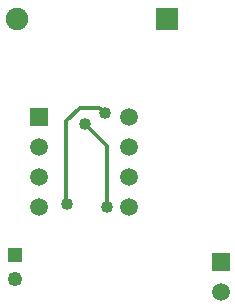
<source format=gbr>
G04 DipTrace 3.2.0.1*
G04 Bottom.gbr*
%MOMM*%
G04 #@! TF.FileFunction,Copper,L2,Bot*
G04 #@! TF.Part,Single*
G04 #@! TA.AperFunction,Conductor*
%ADD15C,0.33*%
G04 #@! TA.AperFunction,ComponentPad*
%ADD16R,1.25X1.25*%
%ADD17C,1.25*%
%ADD20C,1.5*%
%ADD21R,1.5X1.5*%
%ADD23R,1.9X1.9*%
%ADD24C,1.9*%
G04 #@! TA.AperFunction,ViaPad*
%ADD27C,1.016*%
%FSLAX35Y35*%
G04*
G71*
G90*
G75*
G01*
G04 Bottom*
%LPD*%
X0Y1455084D2*
D15*
Y1971986D1*
X-186813Y2158799D1*
X-333797Y1475058D2*
X-343497Y1484758D1*
Y2176105D1*
X-227125Y2292477D1*
X-67285D1*
X-18752Y2243944D1*
D27*
X0Y1455084D3*
X-186813Y2158799D3*
X-333797Y1475058D3*
X-18752Y2243944D3*
D16*
X-775936Y1046314D3*
D17*
Y846314D3*
D20*
X965069Y734163D3*
D21*
Y988163D3*
D23*
X508000Y3048000D3*
D24*
X-762000D3*
D21*
X-571500Y2212288D3*
D20*
Y1958288D3*
Y1704288D3*
Y1450288D3*
X190500D3*
Y1704288D3*
Y1958288D3*
Y2212288D3*
M02*

</source>
